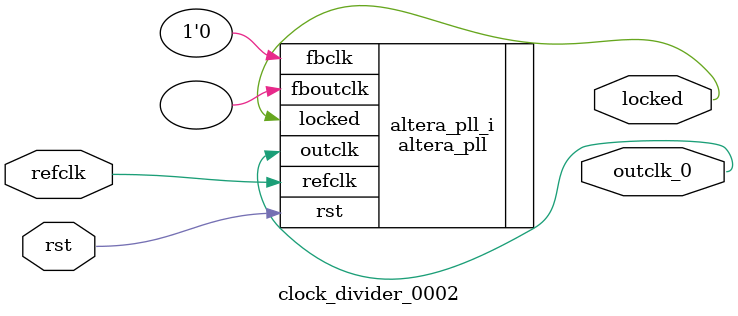
<source format=v>
`timescale 1ns/10ps
module  clock_divider_0002(

	// interface 'refclk'
	input wire refclk,

	// interface 'reset'
	input wire rst,

	// interface 'outclk0'
	output wire outclk_0,

	// interface 'locked'
	output wire locked
);

	altera_pll #(
		.fractional_vco_multiplier("false"),
		.reference_clock_frequency("50.0 MHz"),
		.operation_mode("direct"),
		.number_of_clocks(1),
		.output_clock_frequency0("25.000000 MHz"),
		.phase_shift0("0 ps"),
		.duty_cycle0(50),
		.output_clock_frequency1("0 MHz"),
		.phase_shift1("0 ps"),
		.duty_cycle1(50),
		.output_clock_frequency2("0 MHz"),
		.phase_shift2("0 ps"),
		.duty_cycle2(50),
		.output_clock_frequency3("0 MHz"),
		.phase_shift3("0 ps"),
		.duty_cycle3(50),
		.output_clock_frequency4("0 MHz"),
		.phase_shift4("0 ps"),
		.duty_cycle4(50),
		.output_clock_frequency5("0 MHz"),
		.phase_shift5("0 ps"),
		.duty_cycle5(50),
		.output_clock_frequency6("0 MHz"),
		.phase_shift6("0 ps"),
		.duty_cycle6(50),
		.output_clock_frequency7("0 MHz"),
		.phase_shift7("0 ps"),
		.duty_cycle7(50),
		.output_clock_frequency8("0 MHz"),
		.phase_shift8("0 ps"),
		.duty_cycle8(50),
		.output_clock_frequency9("0 MHz"),
		.phase_shift9("0 ps"),
		.duty_cycle9(50),
		.output_clock_frequency10("0 MHz"),
		.phase_shift10("0 ps"),
		.duty_cycle10(50),
		.output_clock_frequency11("0 MHz"),
		.phase_shift11("0 ps"),
		.duty_cycle11(50),
		.output_clock_frequency12("0 MHz"),
		.phase_shift12("0 ps"),
		.duty_cycle12(50),
		.output_clock_frequency13("0 MHz"),
		.phase_shift13("0 ps"),
		.duty_cycle13(50),
		.output_clock_frequency14("0 MHz"),
		.phase_shift14("0 ps"),
		.duty_cycle14(50),
		.output_clock_frequency15("0 MHz"),
		.phase_shift15("0 ps"),
		.duty_cycle15(50),
		.output_clock_frequency16("0 MHz"),
		.phase_shift16("0 ps"),
		.duty_cycle16(50),
		.output_clock_frequency17("0 MHz"),
		.phase_shift17("0 ps"),
		.duty_cycle17(50),
		.pll_type("General"),
		.pll_subtype("General")
	) altera_pll_i (
		.rst	(rst),
		.outclk	({outclk_0}),
		.locked	(locked),
		.fboutclk	( ),
		.fbclk	(1'b0),
		.refclk	(refclk)
	);
endmodule


</source>
